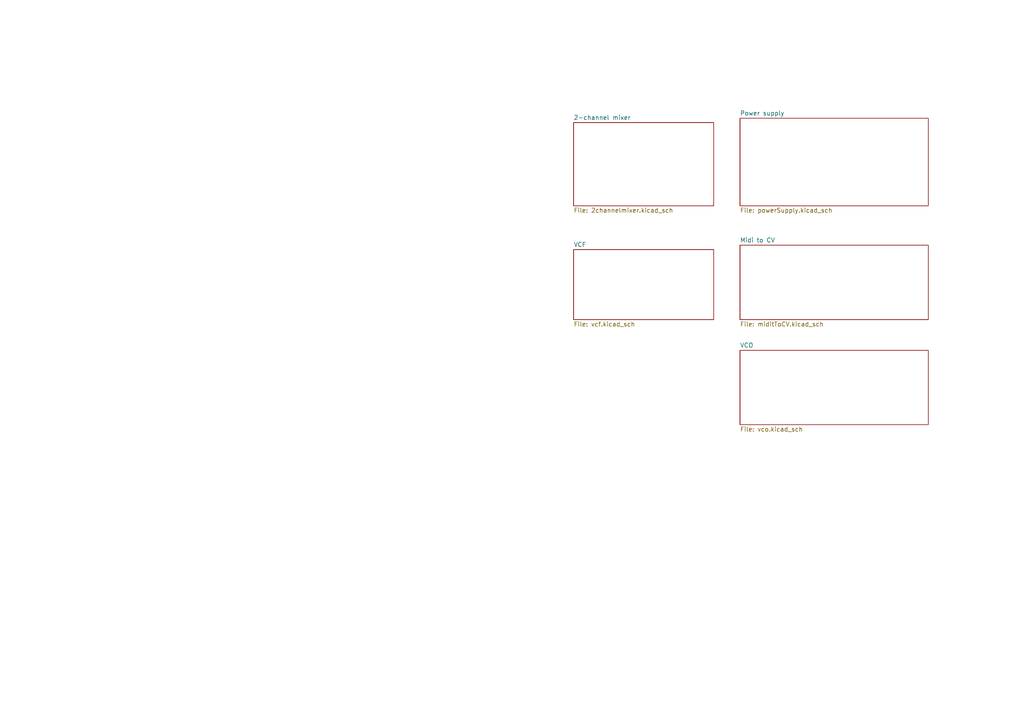
<source format=kicad_sch>
(kicad_sch (version 20211123) (generator eeschema)
  (paper "A4")
  (lib_symbols)
  (sheet (at 166.37 35.56) (size 40.64 24.13) (stroke (width 0.1524))
    (property "Sheet name" "2-channel mixer" (at 166.37 34.8484 0) (effects (justify left bottom)))
    (property "Sheet file" "2channelmixer.kicad_sch" (at 166.37 60.2746 0) (effects (justify left top)))
  )
  (sheet (at 214.63 71.12) (size 54.61 21.59) (stroke (width 0.1524))
    (property "Sheet name" "Midi to CV" (at 214.63 70.4084 0) (effects (justify left bottom)))
    (property "Sheet file" "miditToCV.kicad_sch" (at 214.63 93.2946 0) (effects (justify left top)))
  )
  (sheet (at 166.37 72.39) (size 40.64 20.32) (stroke (width 0.1524))
    (property "Sheet name" "VCF" (at 166.37 71.6784 0) (effects (justify left bottom)))
    (property "Sheet file" "vcf.kicad_sch" (at 166.37 93.2946 0) (effects (justify left top)))
  )
  (sheet (at 214.63 34.29) (size 54.61 25.4) (stroke (width 0.1524))
    (property "Sheet name" "Power supply" (at 214.63 33.5784 0) (effects (justify left bottom)))
    (property "Sheet file" "powerSupply.kicad_sch" (at 214.63 60.2746 0) (effects (justify left top)))
  )
  (sheet (at 214.63 101.6) (size 54.61 21.59) (stroke (width 0.1524))
    (property "Sheet name" "VCO" (at 214.63 100.8884 0) (effects (justify left bottom)))
    (property "Sheet file" "vco.kicad_sch" (at 214.63 123.7746 0) (effects (justify left top)))
  )
)
</source>
